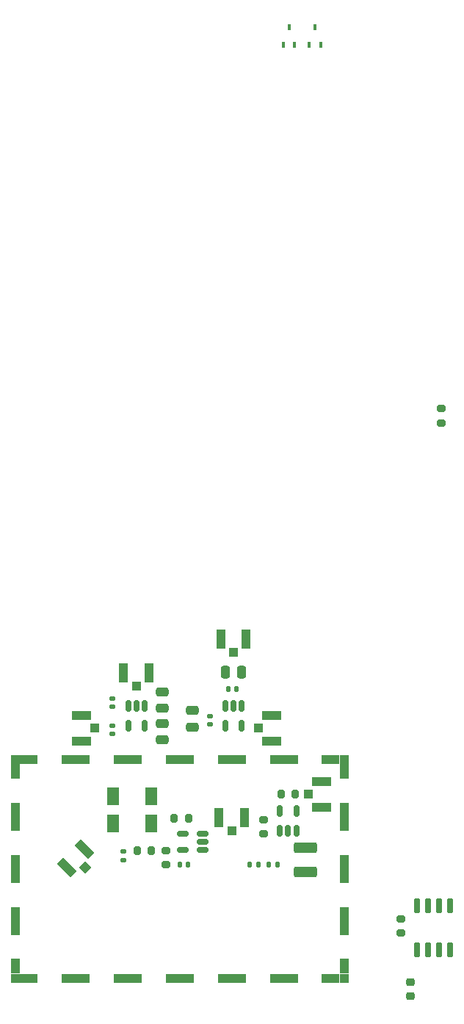
<source format=gbp>
G04 #@! TF.GenerationSoftware,KiCad,Pcbnew,6.0.11+dfsg-1*
G04 #@! TF.CreationDate,2023-09-07T21:49:32+01:00*
G04 #@! TF.ProjectId,low-noise-power-probe-panel,6c6f772d-6e6f-4697-9365-2d706f776572,rev?*
G04 #@! TF.SameCoordinates,Original*
G04 #@! TF.FileFunction,Paste,Bot*
G04 #@! TF.FilePolarity,Positive*
%FSLAX46Y46*%
G04 Gerber Fmt 4.6, Leading zero omitted, Abs format (unit mm)*
G04 Created by KiCad (PCBNEW 6.0.11+dfsg-1) date 2023-09-07 21:49:32*
%MOMM*%
%LPD*%
G01*
G04 APERTURE LIST*
G04 Aperture macros list*
%AMRoundRect*
0 Rectangle with rounded corners*
0 $1 Rounding radius*
0 $2 $3 $4 $5 $6 $7 $8 $9 X,Y pos of 4 corners*
0 Add a 4 corners polygon primitive as box body*
4,1,4,$2,$3,$4,$5,$6,$7,$8,$9,$2,$3,0*
0 Add four circle primitives for the rounded corners*
1,1,$1+$1,$2,$3*
1,1,$1+$1,$4,$5*
1,1,$1+$1,$6,$7*
1,1,$1+$1,$8,$9*
0 Add four rect primitives between the rounded corners*
20,1,$1+$1,$2,$3,$4,$5,0*
20,1,$1+$1,$4,$5,$6,$7,0*
20,1,$1+$1,$6,$7,$8,$9,0*
20,1,$1+$1,$8,$9,$2,$3,0*%
%AMRotRect*
0 Rectangle, with rotation*
0 The origin of the aperture is its center*
0 $1 length*
0 $2 width*
0 $3 Rotation angle, in degrees counterclockwise*
0 Add horizontal line*
21,1,$1,$2,0,0,$3*%
G04 Aperture macros list end*
%ADD10RoundRect,0.250000X-0.475000X0.250000X-0.475000X-0.250000X0.475000X-0.250000X0.475000X0.250000X0*%
%ADD11RoundRect,0.150000X-0.150000X0.512500X-0.150000X-0.512500X0.150000X-0.512500X0.150000X0.512500X0*%
%ADD12RoundRect,0.140000X0.170000X-0.140000X0.170000X0.140000X-0.170000X0.140000X-0.170000X-0.140000X0*%
%ADD13R,0.450000X0.700000*%
%ADD14R,1.050000X2.200000*%
%ADD15R,1.000000X1.050000*%
%ADD16RoundRect,0.250000X0.475000X-0.250000X0.475000X0.250000X-0.475000X0.250000X-0.475000X-0.250000X0*%
%ADD17R,2.200000X1.050000*%
%ADD18R,1.050000X1.000000*%
%ADD19RoundRect,0.200000X-0.275000X0.200000X-0.275000X-0.200000X0.275000X-0.200000X0.275000X0.200000X0*%
%ADD20RoundRect,0.150000X-0.150000X0.725000X-0.150000X-0.725000X0.150000X-0.725000X0.150000X0.725000X0*%
%ADD21RoundRect,0.200000X0.275000X-0.200000X0.275000X0.200000X-0.275000X0.200000X-0.275000X-0.200000X0*%
%ADD22RoundRect,0.200000X0.200000X0.275000X-0.200000X0.275000X-0.200000X-0.275000X0.200000X-0.275000X0*%
%ADD23RoundRect,0.150000X0.512500X0.150000X-0.512500X0.150000X-0.512500X-0.150000X0.512500X-0.150000X0*%
%ADD24R,1.400000X2.100000*%
%ADD25RoundRect,0.135000X0.135000X0.185000X-0.135000X0.185000X-0.135000X-0.185000X0.135000X-0.185000X0*%
%ADD26RoundRect,0.250000X-0.250000X-0.475000X0.250000X-0.475000X0.250000X0.475000X-0.250000X0.475000X0*%
%ADD27RoundRect,0.218750X0.256250X-0.218750X0.256250X0.218750X-0.256250X0.218750X-0.256250X-0.218750X0*%
%ADD28RoundRect,0.250000X-1.075000X0.375000X-1.075000X-0.375000X1.075000X-0.375000X1.075000X0.375000X0*%
%ADD29RotRect,2.200000X1.050000X315.000000*%
%ADD30RotRect,1.050000X1.000000X315.000000*%
%ADD31RoundRect,0.140000X-0.170000X0.140000X-0.170000X-0.140000X0.170000X-0.140000X0.170000X0.140000X0*%
%ADD32RoundRect,0.150000X0.150000X-0.512500X0.150000X0.512500X-0.150000X0.512500X-0.150000X-0.512500X0*%
%ADD33R,3.300000X1.000000*%
%ADD34R,2.100000X1.000000*%
%ADD35R,1.000000X3.300000*%
%ADD36R,1.000000X1.000000*%
%ADD37R,1.000000X1.750000*%
%ADD38RoundRect,0.140000X0.140000X0.170000X-0.140000X0.170000X-0.140000X-0.170000X0.140000X-0.170000X0*%
%ADD39RoundRect,0.135000X-0.135000X-0.185000X0.135000X-0.185000X0.135000X0.185000X-0.135000X0.185000X0*%
%ADD40RoundRect,0.140000X-0.140000X-0.170000X0.140000X-0.170000X0.140000X0.170000X-0.140000X0.170000X0*%
G04 APERTURE END LIST*
D10*
X208600000Y-106050000D03*
X208600000Y-107950000D03*
X205100000Y-103900000D03*
X205100000Y-105800000D03*
D11*
X201150000Y-105562500D03*
X202100000Y-105562500D03*
X203050000Y-105562500D03*
X203050000Y-107837500D03*
X201150000Y-107837500D03*
D12*
X199350000Y-105630000D03*
X199350000Y-104670000D03*
D13*
X223350000Y-29300000D03*
X222050000Y-29300000D03*
X222700000Y-27300000D03*
D12*
X210600000Y-107680000D03*
X210600000Y-106720000D03*
D14*
X211625000Y-118380000D03*
X214575000Y-118380000D03*
D15*
X213100000Y-119905000D03*
D16*
X205100000Y-109450000D03*
X205100000Y-107550000D03*
D17*
X223500000Y-114225000D03*
X223500000Y-117175000D03*
D18*
X221975000Y-115700000D03*
D17*
X195800000Y-109575000D03*
X195800000Y-106625000D03*
D18*
X197325000Y-108100000D03*
D19*
X216800000Y-118625000D03*
X216800000Y-120275000D03*
D20*
X234495000Y-128525000D03*
X235765000Y-128525000D03*
X237035000Y-128525000D03*
X238305000Y-128525000D03*
X238305000Y-133675000D03*
X237035000Y-133675000D03*
X235765000Y-133675000D03*
X234495000Y-133675000D03*
D21*
X205500000Y-123825000D03*
X205500000Y-122175000D03*
D11*
X212350000Y-105562500D03*
X213300000Y-105562500D03*
X214250000Y-105562500D03*
X214250000Y-107837500D03*
X212350000Y-107837500D03*
D22*
X208125000Y-118450000D03*
X206475000Y-118450000D03*
D12*
X200600000Y-123280000D03*
X200600000Y-122320000D03*
D23*
X209737500Y-120250000D03*
X209737500Y-121200000D03*
X209737500Y-122150000D03*
X207462500Y-122150000D03*
X207462500Y-120250000D03*
D24*
X199400000Y-115900000D03*
X203800000Y-115900000D03*
D25*
X218410000Y-123800000D03*
X217390000Y-123800000D03*
D26*
X212350000Y-101600000D03*
X214250000Y-101600000D03*
D14*
X211825000Y-97855000D03*
X214775000Y-97855000D03*
D15*
X213300000Y-99380000D03*
D27*
X233700000Y-138937500D03*
X233700000Y-137362500D03*
D28*
X221600000Y-121900000D03*
X221600000Y-124700000D03*
D29*
X194057017Y-124142983D03*
X196142983Y-122057017D03*
D30*
X196178338Y-124178338D03*
D22*
X220425000Y-115700000D03*
X218775000Y-115700000D03*
D14*
X200625000Y-101755000D03*
X203575000Y-101755000D03*
D15*
X202100000Y-103280000D03*
D31*
X199350000Y-107770000D03*
X199350000Y-108730000D03*
D21*
X237250000Y-72925000D03*
X237250000Y-71275000D03*
D32*
X220543750Y-119943750D03*
X219593750Y-119943750D03*
X218643750Y-119943750D03*
X218643750Y-117668750D03*
X220543750Y-117668750D03*
D17*
X217700000Y-106625000D03*
X217700000Y-109575000D03*
D18*
X216175000Y-108100000D03*
D33*
X219100000Y-111700000D03*
D34*
X189700000Y-136900000D03*
D35*
X226050000Y-124300000D03*
X188150000Y-118300000D03*
D33*
X195100000Y-136900000D03*
D36*
X226050000Y-111700000D03*
D37*
X188150000Y-135525000D03*
D33*
X201100000Y-111700000D03*
X207100000Y-136900000D03*
X195100000Y-111700000D03*
D37*
X188150000Y-113075000D03*
D36*
X188150000Y-111700000D03*
X226050000Y-136900000D03*
D35*
X226050000Y-118300000D03*
D33*
X207100000Y-111700000D03*
D35*
X188150000Y-130300000D03*
X188150000Y-124300000D03*
D34*
X189700000Y-111700000D03*
D35*
X226050000Y-130300000D03*
D37*
X226050000Y-113075000D03*
D33*
X201100000Y-136900000D03*
D34*
X224500000Y-111700000D03*
D33*
X213100000Y-136900000D03*
X213100000Y-111700000D03*
D34*
X224500000Y-136900000D03*
D37*
X226050000Y-135525000D03*
D36*
X188150000Y-136900000D03*
D33*
X219100000Y-136900000D03*
D13*
X220350000Y-29300000D03*
X219050000Y-29300000D03*
X219700000Y-27300000D03*
D38*
X213680000Y-103600000D03*
X212720000Y-103600000D03*
D24*
X203800000Y-119100000D03*
X199400000Y-119100000D03*
D21*
X232600000Y-131725000D03*
X232600000Y-130075000D03*
D39*
X215190000Y-123800000D03*
X216210000Y-123800000D03*
D40*
X207090000Y-123800000D03*
X208050000Y-123800000D03*
D22*
X203825000Y-122200000D03*
X202175000Y-122200000D03*
M02*

</source>
